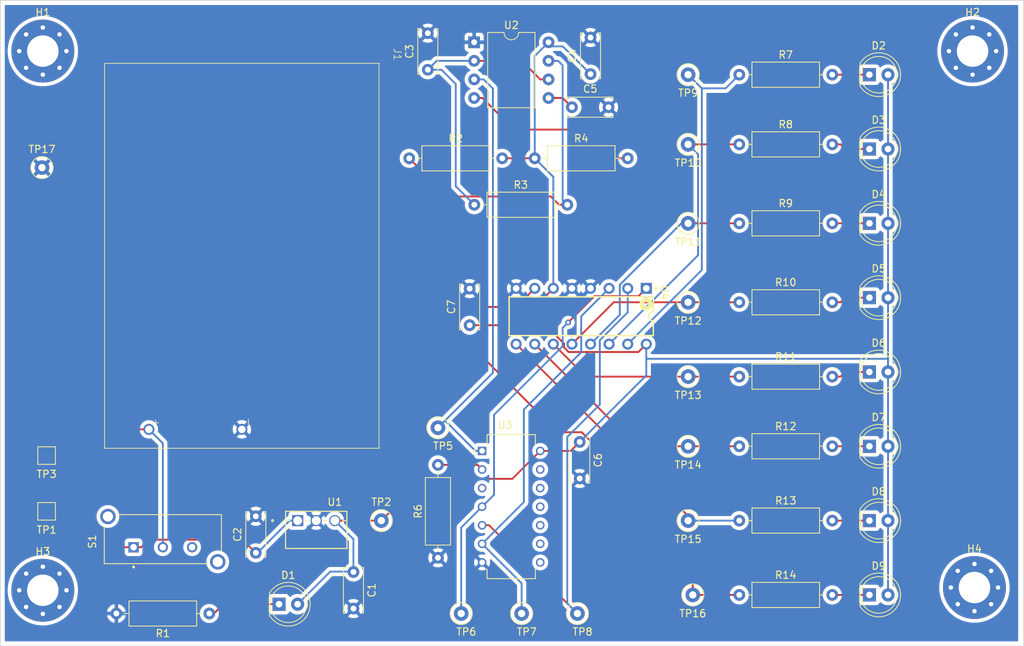
<source format=kicad_pcb>
(kicad_pcb (version 20240108) (generator "pcbnew") (generator_version "8.0")
  (layers (0 "F.Cu" signal) (31 "B.Cu" signal) (34 "B.Paste" user) (35 "F.Paste" user) (36 "B.SilkS" user "B.Silkscreen") (37 "F.SilkS" user "F.Silkscreen") (38 "B.Mask" user) (39 "F.Mask" user) (44 "Edge.Cuts" user))
  (net 0 "")
  (net 1 "/Clock")
  (net 2 "GND")
  (net 3 "Net-(C2-Pad1)")
  (net 4 "Net-(D1-K)")
  (net 5 "Net-(J1-Pad1)")
  (net 9 "/Clock Generation/TandT")
  (net 10 "/Clock Generation/VCC")
  (net 11 "Net-(U2-CNTR)")
  (net 12 "Net-(U2-DISC)")
  (net 13 "Net-(U2-RST)")
  (net 15 "/Counter/1QD")
  (net 16 "Net-(D2-K)")
  (net 17 "Net-(D3-K)")
  (net 18 "Net-(D4-K)")
  (net 19 "Net-(D5-K)")
  (net 20 "Net-(D6-K)")
  (net 21 "Net-(D7-K)")
  (net 22 "Net-(D8-K)")
  (net 23 "Net-(D9-K)")
  (net 24 "Net-(U3-1CLR)")
  (net 25 "/Counter/1QB")
  (net 26 "/Counter/1QC")
  (net 33 "/Decoder/LED7")
  (net 34 "/Decoder/LED6")
  (net 35 "/Decoder/LED5")
  (net 36 "/Decoder/LED4")
  (net 37 "/Decoder/LED3")
  (net 38 "/Decoder/LED2")
  (net 39 "/Decoder/LED1")
  (net 40 "/Decoder/LED0")
  (footprint "Capacitor_THT:C_Disc_D6.0mm_W2.5mm_P5.00mm" (layer "F.Cu") (at 134.62 58.38 90)
    (property "Reference" "C3" (at 2.5 -2.5 90) (layer "F.SilkS"))
    (property "Value" "0.1uF")
    (pad "1" thru_hole circle (at 0 0 90) (size 1.6 1.6) (drill 0.8) (layers "*.Cu" "*.Mask") (net 9 "/Clock Generation/TandT"))
    (pad "2" thru_hole circle (at 5 0 90) (size 1.6 1.6) (drill 0.8) (layers "*.Cu" "*.Mask") (net 2 "GND"))
  )
  (footprint "Capacitor_THT:C_Disc_D6.0mm_W2.5mm_P5.00mm" (layer "F.Cu") (at 111.125 124.42 90)
    (property "Reference" "C2" (at 2.5 -2.5 90) (layer "F.SilkS"))
    (property "Value" "4.7uF")
    (pad "1" thru_hole circle (at 0 0 90) (size 1.6 1.6) (drill 0.8) (layers "*.Cu" "*.Mask") (net 3 "Net-(C2-Pad1)"))
    (pad "2" thru_hole circle (at 5 0 90) (size 1.6 1.6) (drill 0.8) (layers "*.Cu" "*.Mask") (net 2 "GND"))
  )
  (footprint "Personal Library:SN74HC393N" (layer "F.Cu") (at 146.0058 118.11)
    (property "Reference" "U3" (at -0.825 -11.135 0) (layer "F.SilkS"))
    (property "Value" "SN74HC393N")
    (pad "1" thru_hole rect (at -3.97 -7.62) (size 1.17 1.17) (drill 0.77) (layers "*.Cu" "*.Mask") (net 1 "/Clock"))
    (pad "2" thru_hole circle (at -3.97 -5.08) (size 1.17 1.17) (drill 0.77) (layers "*.Cu" "*.Mask") (net 24 "Net-(U3-1CLR)"))
    (pad "3" thru_hole circle (at -3.97 -2.54) (size 1.17 1.17) (drill 0.77) (layers "*.Cu" "*.Mask"))
    (pad "4" thru_hole circle (at -3.97 0) (size 1.17 1.17) (drill 0.77) (layers "*.Cu" "*.Mask") (net 25 "/Counter/1QB"))
    (pad "5" thru_hole circle (at -3.97 2.54) (size 1.17 1.17) (drill 0.77) (layers "*.Cu" "*.Mask") (net 26 "/Counter/1QC"))
    (pad "6" thru_hole circle (at -3.97 5.08) (size 1.17 1.17) (drill 0.77) (layers "*.Cu" "*.Mask") (net 15 "/Counter/1QD"))
    (pad "7" thru_hole circle (at -3.97 7.62) (size 1.17 1.17) (drill 0.77) (layers "*.Cu" "*.Mask") (net 2 "GND"))
    (pad "8" thru_hole circle (at 3.97 7.62) (size 1.17 1.17) (drill 0.77) (layers "*.Cu" "*.Mask"))
    (pad "9" thru_hole circle (at 3.97 5.08) (size 1.17 1.17) (drill 0.77) (layers "*.Cu" "*.Mask"))
    (pad "10" thru_hole circle (at 3.97 2.54) (size 1.17 1.17) (drill 0.77) (layers "*.Cu" "*.Mask"))
    (pad "11" thru_hole circle (at 3.97 0) (size 1.17 1.17) (drill 0.77) (layers "*.Cu" "*.Mask"))
    (pad "12" thru_hole circle (at 3.97 -2.54) (size 1.17 1.17) (drill 0.77) (layers "*.Cu" "*.Mask"))
    (pad "13" thru_hole circle (at 3.97 -5.08) (size 1.17 1.17) (drill 0.77) (layers "*.Cu" "*.Mask"))
    (pad "14" thru_hole circle (at 3.97 -7.62) (size 1.17 1.17) (drill 0.77) (layers "*.Cu" "*.Mask") (net 10 "/Clock Generation/VCC"))
  )
  (footprint "Capacitor_THT:C_Disc_D6.0mm_W2.5mm_P5.00mm" (layer "F.Cu") (at 156.845 58.975 90)
    (property "Reference" "C4" (at 2.5 -2.5 90) (layer "F.SilkS"))
    (property "Value" "0.1uF")
    (pad "1" thru_hole circle (at 0 0 90) (size 1.6 1.6) (drill 0.8) (layers "*.Cu" "*.Mask") (net 10 "/Clock Generation/VCC"))
    (pad "2" thru_hole circle (at 5 0 90) (size 1.6 1.6) (drill 0.8) (layers "*.Cu" "*.Mask") (net 2 "GND"))
  )
  (footprint "MountingHole:MountingHole_4.3mm_M4_Pad_Via" (layer "F.Cu") (at 82.0308 129.54)
    (property "Reference" "H3" (at 0 -5.3 0) (layer "F.SilkS"))
    (property "Value" "MountingHole")
    (pad "1" thru_hole circle (at -3.225 0) (size 0.9 0.9) (drill 0.6) (layers "*.Cu" "*.Mask"))
    (pad "1" thru_hole circle (at -2.280419 -2.280419) (size 0.9 0.9) (drill 0.6) (layers "*.Cu" "*.Mask"))
    (pad "1" thru_hole circle (at -2.280419 2.280419) (size 0.9 0.9) (drill 0.6) (layers "*.Cu" "*.Mask"))
    (pad "1" thru_hole circle (at 0 -3.225) (size 0.9 0.9) (drill 0.6) (layers "*.Cu" "*.Mask"))
    (pad "1" thru_hole circle (at 0 0) (size 8.6 8.6) (drill 4.3) (layers "*.Cu" "*.Mask"))
    (pad "1" thru_hole circle (at 0 3.225) (size 0.9 0.9) (drill 0.6) (layers "*.Cu" "*.Mask"))
    (pad "1" thru_hole circle (at 2.280419 -2.280419) (size 0.9 0.9) (drill 0.6) (layers "*.Cu" "*.Mask"))
    (pad "1" thru_hole circle (at 2.280419 2.280419) (size 0.9 0.9) (drill 0.6) (layers "*.Cu" "*.Mask"))
    (pad "1" thru_hole circle (at 3.225 0) (size 0.9 0.9) (drill 0.6) (layers "*.Cu" "*.Mask"))
  )
  (footprint "TestPoint:TestPoint_Loop_D2.50mm_Drill1.0mm_LowProfile" (layer "F.Cu") (at 81.915 71.755 180)
    (property "Reference" "TP17" (at 0 2.5 0) (layer "F.SilkS"))
    (property "Value" "TestPoint")
    (pad "1" thru_hole circle (at 0 0 180) (size 2 2) (drill 1) (layers "*.Cu" "*.Mask") (net 2 "GND"))
  )
  (footprint "TestPoint:TestPoint_Loop_D2.50mm_Drill1.0mm_LowProfile" (layer "F.Cu") (at 136.0058 107.315)
    (property "Reference" "TP5" (at 0.7 2.5 0) (layer "F.SilkS"))
    (property "Value" "TestPoint")
    (pad "1" thru_hole circle (at 0 0) (size 2 2) (drill 1) (layers "*.Cu" "*.Mask") (net 1 "/Clock"))
  )
  (footprint "Personal Library:Keystone_2479" (layer "F.Cu") (at 109.22 83.82 -90)
    (property "Reference" "J1" (at -27.535 -21.2538 -90) (layer "F.SilkS") (effects (font (thickness 0.1))))
    (property "Value" "~" (hide yes))
    (fp_text user "-" (at 22.02 -0.38 -90) (layer "F.SilkS") (effects (font (thickness 0.1)) (justify left bottom)))
    (fp_text user "+" (at 22.14 12.27 -90) (layer "F.SilkS") (effects (font (thickness 0.1)) (justify left bottom)))
    (pad "1" thru_hole circle (at 23.72 12.7 270) (size 1.5 1.5) (drill 1.02) (layers "*.Cu" "*.Mask") (net 5 "Net-(J1-Pad1)"))
    (pad "2" thru_hole circle (at 23.72 0 270) (size 1.5 1.5) (drill 1.02) (layers "*.Cu" "*.Mask") (net 2 "GND"))
  )
  (footprint "MountingHole:MountingHole_4.3mm_M4_Pad_Via" (layer "F.Cu") (at 82.0308 55.83)
    (property "Reference" "H1" (at 0 -5.3 0) (layer "F.SilkS"))
    (property "Value" "MountingHole")
    (pad "1" thru_hole circle (at -3.225 0) (size 0.9 0.9) (drill 0.6) (layers "*.Cu" "*.Mask"))
    (pad "1" thru_hole circle (at -2.280419 -2.280419) (size 0.9 0.9) (drill 0.6) (layers "*.Cu" "*.Mask"))
    (pad "1" thru_hole circle (at -2.280419 2.280419) (size 0.9 0.9) (drill 0.6) (layers "*.Cu" "*.Mask"))
    (pad "1" thru_hole circle (at 0 -3.225) (size 0.9 0.9) (drill 0.6) (layers "*.Cu" "*.Mask"))
    (pad "1" thru_hole circle (at 0 0) (size 8.6 8.6) (drill 4.3) (layers "*.Cu" "*.Mask"))
    (pad "1" thru_hole circle (at 0 3.225) (size 0.9 0.9) (drill 0.6) (layers "*.Cu" "*.Mask"))
    (pad "1" thru_hole circle (at 2.280419 -2.280419) (size 0.9 0.9) (drill 0.6) (layers "*.Cu" "*.Mask"))
    (pad "1" thru_hole circle (at 2.280419 2.280419) (size 0.9 0.9) (drill 0.6) (layers "*.Cu" "*.Mask"))
    (pad "1" thru_hole circle (at 3.225 0) (size 0.9 0.9) (drill 0.6) (layers "*.Cu" "*.Mask"))
  )
  (footprint "TestPoint:TestPoint_Loop_D2.50mm_Drill1.0mm_LowProfile" (layer "F.Cu") (at 170.18 59.055)
    (property "Reference" "TP9" (at 0 2.5 0) (layer "F.SilkS"))
    (property "Value" "TestPoint")
    (pad "1" thru_hole circle (at 0 0) (size 2 2) (drill 1) (layers "*.Cu" "*.Mask") (net 40 "/Decoder/LED0"))
  )
  (footprint "Resistor_THT:R_Axial_DIN0309_L9.0mm_D3.2mm_P12.70mm_Horizontal" (layer "F.Cu") (at 177.165 109.855)
    (property "Reference" "R12" (at 6.35 -2.72 0) (layer "F.SilkS"))
    (property "Value" "220 Ohms")
    (pad "1" thru_hole circle (at 0 0) (size 1.6 1.6) (drill 0.8) (layers "*.Cu" "*.Mask") (net 35 "/Decoder/LED5"))
    (pad "2" thru_hole oval (at 12.7 0) (size 1.6 1.6) (drill 0.8) (layers "*.Cu" "*.Mask") (net 21 "Net-(D7-K)"))
  )
  (footprint "TestPoint:TestPoint_Loop_D2.50mm_Drill1.0mm_LowProfile" (layer "F.Cu") (at 170.815 130.175)
    (property "Reference" "TP16" (at 0 2.54 0) (layer "F.SilkS"))
    (property "Value" "TestPoint")
    (pad "1" thru_hole circle (at 0 0) (size 2 2) (drill 1) (layers "*.Cu" "*.Mask") (net 33 "/Decoder/LED7"))
  )
  (footprint "Resistor_THT:R_Axial_DIN0309_L9.0mm_D3.2mm_P12.70mm_Horizontal" (layer "F.Cu") (at 132.08 70.485)
    (property "Reference" "R2" (at 6.35 -2.72 0) (layer "F.SilkS"))
    (property "Value" "220K")
    (pad "1" thru_hole circle (at 0 0) (size 1.6 1.6) (drill 0.8) (layers "*.Cu" "*.Mask") (net 12 "Net-(U2-DISC)"))
    (pad "2" thru_hole oval (at 12.7 0) (size 1.6 1.6) (drill 0.8) (layers "*.Cu" "*.Mask") (net 10 "/Clock Generation/VCC"))
  )
  (footprint "Capacitor_THT:C_Disc_D6.0mm_W2.5mm_P5.00mm" (layer "F.Cu") (at 124.46 127.04 -90)
    (property "Reference" "C1" (at 2.5 -2.5 90) (layer "F.SilkS"))
    (property "Value" "1uF")
    (pad "1" thru_hole circle (at 0 0 270) (size 1.6 1.6) (drill 0.8) (layers "*.Cu" "*.Mask") (net 10 "/Clock Generation/VCC"))
    (pad "2" thru_hole circle (at 5 0 270) (size 1.6 1.6) (drill 0.8) (layers "*.Cu" "*.Mask") (net 2 "GND"))
  )
  (footprint "Resistor_THT:R_Axial_DIN0309_L9.0mm_D3.2mm_P12.70mm_Horizontal" (layer "F.Cu") (at 177.165 90.17)
    (property "Reference" "R10" (at 6.35 -2.72 0) (layer "F.SilkS"))
    (property "Value" "220 Ohms")
    (pad "1" thru_hole circle (at 0 0) (size 1.6 1.6) (drill 0.8) (layers "*.Cu" "*.Mask") (net 37 "/Decoder/LED3"))
    (pad "2" thru_hole oval (at 12.7 0) (size 1.6 1.6) (drill 0.8) (layers "*.Cu" "*.Mask") (net 19 "Net-(D5-K)"))
  )
  (footprint "TestPoint:TestPoint_Loop_D2.50mm_Drill1.0mm_LowProfile" (layer "F.Cu") (at 170.18 90.17)
    (property "Reference" "TP12" (at 0 2.54 0) (layer "F.SilkS"))
    (property "Value" "TestPoint")
    (pad "1" thru_hole circle (at 0 0) (size 2 2) (drill 1) (layers "*.Cu" "*.Mask") (net 37 "/Decoder/LED3"))
  )
  (footprint "TestPoint:TestPoint_Loop_D2.50mm_Drill1.0mm_LowProfile" (layer "F.Cu") (at 170.18 109.855)
    (property "Reference" "TP14" (at 0 2.54 0) (layer "F.SilkS"))
    (property "Value" "TestPoint")
    (pad "1" thru_hole circle (at 0 0) (size 2 2) (drill 1) (layers "*.Cu" "*.Mask") (net 35 "/Decoder/LED5"))
  )
  (footprint "Personal Library:SW_1825255-1" (layer "F.Cu") (at 98.425 122.555 90)
    (property "Reference" "S1" (at -0.325 -9.635 90) (layer "F.SilkS"))
    (property "Value" "1825255-1")
    (pad "1" thru_hole rect (at -1.1 -4 90) (size 1.41 1.41) (drill 0.902) (layers "*.Cu" "*.Mask") (net 3 "Net-(C2-Pad1)"))
    (pad "2" thru_hole circle (at -1.1 0 90) (size 1.41 1.41) (drill 0.902) (layers "*.Cu" "*.Mask") (net 5 "Net-(J1-Pad1)"))
    (pad "3" thru_hole circle (at -1.1 4 90) (size 1.41 1.41) (drill 0.902) (layers "*.Cu" "*.Mask"))
    (pad "S1" thru_hole circle (at 3.1 -7.5 90) (size 2.103 2.103) (drill 1.402) (layers "*.Cu" "*.Mask"))
    (pad "S2" thru_hole circle (at -3.1 7.5 90) (size 2.103 2.103) (drill 1.402) (layers "*.Cu" "*.Mask"))
  )
  (footprint "Personal Library:MCP1827S-3302E" (layer "F.Cu") (at 119.38 121.285)
    (property "Reference" "U1" (at 2.54 -3.81 0) (layer "F.SilkS"))
    (property "Value" "MCP1827S-3302E/AB" (hide yes))
    (pad "1" thru_hole rect (at -2.54 -1.27) (size 1.524 1.524) (drill 1.2) (layers "*.Cu" "*.Mask") (net 3 "Net-(C2-Pad1)"))
    (pad "2" thru_hole circle (at 0 -1.27) (size 1.524 1.524) (drill 1.2) (layers "*.Cu" "*.Mask") (net 2 "GND"))
    (pad "3" thru_hole circle (at 2.54 -1.27) (size 1.524 1.524) (drill 1.2) (layers "*.Cu" "*.Mask") (net 10 "/Clock Generation/VCC"))
  )
  (footprint "LED_THT:LED_D5.0mm" (layer "F.Cu") (at 114.295 131.445)
    (property "Reference" "D1" (at 1.27 -3.96 0) (layer "F.SilkS"))
    (property "Value" "LED")
    (pad "1" thru_hole rect (at 0 0) (size 1.8 1.8) (drill 0.9) (layers "*.Cu" "*.Mask") (net 4 "Net-(D1-K)"))
    (pad "2" thru_hole circle (at 2.54 0) (size 1.8 1.8) (drill 0.9) (layers "*.Cu" "*.Mask") (net 10 "/Clock Generation/VCC"))
  )
  (footprint "Resistor_THT:R_Axial_DIN0309_L9.0mm_D3.2mm_P12.70mm_Horizontal" (layer "F.Cu") (at 104.775 132.715 180)
    (property "Reference" "R1" (at 6.35 -2.72 0) (layer "F.SilkS"))
    (property "Value" "100 Ohms")
    (pad "1" thru_hole circle (at 0 0 180) (size 1.6 1.6) (drill 0.8) (layers "*.Cu" "*.Mask") (net 4 "Net-(D1-K)"))
    (pad "2" thru_hole oval (at 12.7 0 180) (size 1.6 1.6) (drill 0.8) (layers "*.Cu" "*.Mask") (net 2 "GND"))
  )
  (footprint "TestPoint:TestPoint_Pad_2.0x2.0mm" (layer "F.Cu") (at 82.55 111.125 180)
    (property "Reference" "TP3" (at 0 -2.54 0) (layer "F.SilkS"))
    (property "Value" "TestPoint")
    (pad "1" smd rect (at 0 0 180) (size 2 2) (layers "F.Cu" "F.Mask") (net 5 "Net-(J1-Pad1)"))
  )
  (footprint "MountingHole:MountingHole_4.3mm_M4_Pad_Via" (layer "F.Cu") (at 209.2904 129.1646)
    (property "Reference" "H4" (at 0 -5.3 0) (layer "F.SilkS"))
    (property "Value" "MountingHole")
    (pad "1" thru_hole circle (at -3.225 0) (size 0.9 0.9) (drill 0.6) (layers "*.Cu" "*.Mask"))
    (pad "1" thru_hole circle (at -2.280419 -2.280419) (size 0.9 0.9) (drill 0.6) (layers "*.Cu" "*.Mask"))
    (pad "1" thru_hole circle (at -2.280419 2.280419) (size 0.9 0.9) (drill 0.6) (layers "*.Cu" "*.Mask"))
    (pad "1" thru_hole circle (at 0 -3.225) (size 0.9 0.9) (drill 0.6) (layers "*.Cu" "*.Mask"))
    (pad "1" thru_hole circle (at 0 0) (size 8.6 8.6) (drill 4.3) (layers "*.Cu" "*.Mask"))
    (pad "1" thru_hole circle (at 0 3.225) (size 0.9 0.9) (drill 0.6) (layers "*.Cu" "*.Mask"))
    (pad "1" thru_hole circle (at 2.280419 -2.280419) (size 0.9 0.9) (drill 0.6) (layers "*.Cu" "*.Mask"))
    (pad "1" thru_hole circle (at 2.280419 2.280419) (size 0.9 0.9) (drill 0.6) (layers "*.Cu" "*.Mask"))
    (pad "1" thru_hole circle (at 3.225 0) (size 0.9 0.9) (drill 0.6) (layers "*.Cu" "*.Mask"))
  )
  (footprint "TestPoint:TestPoint_Loop_D2.50mm_Drill1.0mm_LowProfile" (layer "F.Cu") (at 170.18 120.015)
    (property "Reference" "TP15" (at 0 2.54 0) (layer "F.SilkS"))
    (property "Value" "TestPoint")
    (pad "1" thru_hole circle (at 0 0) (size 2 2) (drill 1) (layers "*.Cu" "*.Mask") (net 34 "/Decoder/LED6"))
  )
  (footprint "MountingHole:MountingHole_4.3mm_M4_Pad_Via" (layer "F.Cu") (at 209.0308 55.83)
    (property "Reference" "H2" (at 0 -5.3 0) (layer "F.SilkS"))
    (property "Value" "MountingHole")
    (pad "1" thru_hole circle (at -3.225 0) (size 0.9 0.9) (drill 0.6) (layers "*.Cu" "*.Mask"))
    (pad "1" thru_hole circle (at -2.280419 -2.280419) (size 0.9 0.9) (drill 0.6) (layers "*.Cu" "*.Mask"))
    (pad "1" thru_hole circle (at -2.280419 2.280419) (size 0.9 0.9) (drill 0.6) (layers "*.Cu" "*.Mask"))
    (pad "1" thru_hole circle (at 0 -3.225) (size 0.9 0.9) (drill 0.6) (layers "*.Cu" "*.Mask"))
    (pad "1" thru_hole circle (at 0 0) (size 8.6 8.6) (drill 4.3) (layers "*.Cu" "*.Mask"))
    (pad "1" thru_hole circle (at 0 3.225) (size 0.9 0.9) (drill 0.6) (layers "*.Cu" "*.Mask"))
    (pad "1" thru_hole circle (at 2.280419 -2.280419) (size 0.9 0.9) (drill 0.6) (layers "*.Cu" "*.Mask"))
    (pad "1" thru_hole circle (at 2.280419 2.280419) (size 0.9 0.9) (drill 0.6) (layers "*.Cu" "*.Mask"))
    (pad "1" thru_hole circle (at 3.225 0) (size 0.9 0.9) (drill 0.6) (layers "*.Cu" "*.Mask"))
  )
  (footprint "LED_THT:LED_D5.0mm" (layer "F.Cu") (at 194.94 59.055)
    (property "Reference" "D2" (at 1.27 -3.96 0) (layer "F.SilkS"))
    (property "Value" "LED")
    (pad "1" thru_hole rect (at 0 0) (size 1.8 1.8) (drill 0.9) (layers "*.Cu" "*.Mask") (net 16 "Net-(D2-K)"))
    (pad "2" thru_hole circle (at 2.54 0) (size 1.8 1.8) (drill 0.9) (layers "*.Cu" "*.Mask") (net 10 "/Clock Generation/VCC"))
  )
  (footprint "LED_THT:LED_D5.0mm" (layer "F.Cu") (at 194.945 79.375)
    (property "Reference" "D4" (at 1.27 -3.96 0) (layer "F.SilkS"))
    (property "Value" "LED")
    (pad "1" thru_hole rect (at 0 0) (size 1.8 1.8) (drill 0.9) (layers "*.Cu" "*.Mask") (net 18 "Net-(D4-K)"))
    (pad "2" thru_hole circle (at 2.54 0) (size 1.8 1.8) (drill 0.9) (layers "*.Cu" "*.Mask") (net 10 "/Clock Generation/VCC"))
  )
  (footprint "Personal Library:CD74HC138E" (layer "F.Cu") (at 155.575 92.075 -90)
    (property "Reference" "U4" (at -3.25 -11.36 -90) (layer "F.SilkS"))
    (property "Value" "CD74HC138E" (hide yes))
    (pad "1" thru_hole rect (at -3.81 -8.89 270) (size 1.5 1.5) (drill 0.900001) (layers "*.Cu" "*.Mask") (net 25 "/Counter/1QB"))
    (pad "2" thru_hole circle (at -3.81 -6.35 270) (size 1.5 1.5) (drill 0.900001) (layers "*.Cu" "*.Mask") (net 26 "/Counter/1QC"))
    (pad "3" thru_hole circle (at -3.81 -3.81 270) (size 1.5 1.5) (drill 0.900001) (layers "*.Cu" "*.Mask") (net 15 "/Counter/1QD"))
    (pad "4" thru_hole circle (at -3.81 -1.27 270) (size 1.5 1.5) (drill 0.900001) (layers "*.Cu" "*.Mask") (net 2 "GND"))
    (pad "5" thru_hole circle (at -3.81 1.27 270) (size 1.5 1.5) (drill 0.900001) (layers "*.Cu" "*.Mask") (net 2 "GND"))
    (pad "6" thru_hole circle (at -3.81 3.81 270) (size 1.5 1.5) (drill 0.900001) (layers "*.Cu" "*.Mask") (net 10 "/Clock Generation/VCC"))
    (pad "7" thru_hole circle (at -3.81 6.35 270) (size 1.5 1.5) (drill 0.900001) (layers "*.Cu" "*.Mask") (net 33 "/Decoder/LED7"))
    (pad "8" thru_hole circle (at -3.81 8.89 270) (size 1.5 1.5) (drill 0.900001) (layers "*.Cu" "*.Mask") (net 2 "GND"))
    (pad "9" thru_hole circle (at 3.81 8.89 270) (size 1.5 1.5) (drill 0.900001) (layers "*.Cu" "*.Mask") (net 34 "/Decoder/LED6"))
    (pad "10" thru_hole circle (at 3.81 6.35 270) (size 1.5 1.5) (drill 0.900001) (layers "*.Cu" "*.Mask") (net 35 "/Decoder/LED5"))
    (pad "11" thru_hole circle (at 3.81 3.81 270) (size 1.5 1.5) (drill 0.900001) (layers "*.Cu" "*.Mask") (net 36 "/Decoder/LED4"))
    (pad "12" thru_hole circle (at 3.81 1.27 270) (size 1.5 1.5) (drill 0.900001) (layers "*.Cu" "*.Mask") (net 37 "/Decoder/LED3"))
    (pad "13" thru_hole circle (at 3.81 -1.27 270) (size 1.5 1.5) (drill 0.900001) (layers "*.Cu" "*.Mask") (net 38 "/Decoder/LED2"))
    (pad "14" thru_hole circle (at 3.81 -3.81 270) (size 1.5 1.5) (drill 0.900001) (layers "*.Cu" "*.Mask") (net 39 "/Decoder/LED1"))
    (pad "15" thru_hole circle (at 3.81 -6.35 270) (size 1.5 1.5) (drill 0.900001) (layers "*.Cu" "*.Mask") (net 40 "/Decoder/LED0"))
    (pad "16" thru_hole circle (at 3.81 -8.89 270) (size 1.5 1.5) (drill 0.900001) (layers "*.Cu" "*.Mask") (net 10 "/Clock Generation/VCC"))
  )
  (footprint "LED_THT:LED_D5.0mm" (layer "F.Cu") (at 194.945 69.215)
    (property "Reference" "D3" (at 1.27 -3.96 0) (layer "F.SilkS"))
    (property "Value" "LED")
    (pad "1" thru_hole rect (at 0 0) (size 1.8 1.8) (drill 0.9) (layers "*.Cu" "*.Mask") (net 17 "Net-(D3-K)"))
    (pad "2" thru_hole circle (at 2.54 0) (size 1.8 1.8) (drill 0.9) (layers "*.Cu" "*.Mask") (net 10 "/Clock Generation/VCC"))
  )
  (footprint "Resistor_THT:R_Axial_DIN0309_L9.0mm_D3.2mm_P12.70mm_Horizontal" (layer "F.Cu") (at 177.165 79.375)
    (property "Reference" "R9" (at 6.35 -2.72 0) (layer "F.SilkS"))
    (property "Value" "220 Ohms")
    (pad "1" thru_hole circle (at 0 0) (size 1.6 1.6) (drill 0.8) (layers "*.Cu" "*.Mask") (net 38 "/Decoder/LED2"))
    (pad "2" thru_hole oval (at 12.7 0) (size 1.6 1.6) (drill 0.8) (layers "*.Cu" "*.Mask") (net 18 "Net-(D4-K)"))
  )
  (footprint "TestPoint:TestPoint_Loop_D2.50mm_Drill1.0mm_LowProfile" (layer "F.Cu") (at 170.18 100.33)
    (property "Reference" "TP13" (at 0 2.54 0) (layer "F.SilkS"))
    (property "Value" "TestPoint")
    (pad "1" thru_hole circle (at 0 0) (size 2 2) (drill 1) (layers "*.Cu" "*.Mask") (net 36 "/Decoder/LED4"))
  )
  (footprint "Capacitor_THT:C_Disc_D6.0mm_W2.5mm_P5.00mm" (layer "F.Cu") (at 155.3708 109.26 -90)
    (property "Reference" "C6" (at 2.5 -2.5 90) (layer "F.SilkS"))
    (property "Value" "0.1uF")
    (pad "1" thru_hole circle (at 0 0 270) (size 1.6 1.6) (drill 0.8) (layers "*.Cu" "*.Mask") (net 10 "/Clock Generation/VCC"))
    (pad "2" thru_hole circle (at 5 0 270) (size 1.6 1.6) (drill 0.8) (layers "*.Cu" "*.Mask") (net 2 "GND"))
  )
  (footprint "LED_THT:LED_D5.0mm" (layer "F.Cu") (at 194.945 89.535)
    (property "Reference" "D5" (at 1.27 -3.96 0) (layer "F.SilkS"))
    (property "Value" "LED")
    (pad "1" thru_hole rect (at 0 0) (size 1.8 1.8) (drill 0.9) (layers "*.Cu" "*.Mask") (net 19 "Net-(D5-K)"))
    (pad "2" thru_hole circle (at 2.54 0) (size 1.8 1.8) (drill 0.9) (layers "*.Cu" "*.Mask") (net 10 "/Clock Generation/VCC"))
  )
  (footprint "Capacitor_THT:C_Disc_D6.0mm_W2.5mm_P5.00mm" (layer "F.Cu") (at 154.305 63.5)
    (property "Reference" "C5" (at 2.5 -2.5 0) (layer "F.SilkS"))
    (property "Value" "0.1uF")
    (pad "1" thru_hole circle (at 0 0) (size 1.6 1.6) (drill 0.8) (layers "*.Cu" "*.Mask") (net 11 "Net-(U2-CNTR)"))
    (pad "2" thru_hole circle (at 5 0) (size 1.6 1.6) (drill 0.8) (layers "*.Cu" "*.Mask") (net 2 "GND"))
  )
  (footprint "Resistor_THT:R_Axial_DIN0309_L9.0mm_D3.2mm_P12.70mm_Horizontal" (layer "F.Cu") (at 177.165 68.58)
    (property "Reference" "R8" (at 6.35 -2.72 0) (layer "F.SilkS"))
    (property "Value" "220 Ohms")
    (pad "1" thru_hole circle (at 0 0) (size 1.6 1.6) (drill 0.8) (layers "*.Cu" "*.Mask") (net 39 "/Decoder/LED1"))
    (pad "2" thru_hole oval (at 12.7 0) (size 1.6 1.6) (drill 0.8) (layers "*.Cu" "*.Mask") (net 17 "Net-(D3-K)"))
  )
  (footprint "TestPoint:TestPoint_Loop_D2.50mm_Drill1.0mm_LowProfile" (layer "F.Cu") (at 170.18 68.58)
    (property "Reference" "TP10" (at 0 2.54 0) (layer "F.SilkS"))
    (property "Value" "TestPoint")
    (pad "1" thru_hole circle (at 0 0) (size 2 2) (drill 1) (layers "*.Cu" "*.Mask") (net 39 "/Decoder/LED1"))
  )
  (footprint "LED_THT:LED_D5.0mm" (layer "F.Cu") (at 194.945 130.175)
    (property "Reference" "D9" (at 1.27 -3.96 0) (layer "F.SilkS"))
    (property "Value" "LED")
    (pad "1" thru_hole rect (at 0 0) (size 1.8 1.8) (drill 0.9) (layers "*.Cu" "*.Mask") (net 23 "Net-(D9-K)"))
    (pad "2" thru_hole circle (at 2.54 0) (size 1.8 1.8) (drill 0.9) (layers "*.Cu" "*.Mask") (net 10 "/Clock Generation/VCC"))
  )
  (footprint "TestPoint:TestPoint_Loop_D2.50mm_Drill1.0mm_LowProfile" (layer "F.Cu") (at 147.4358 132.715)
    (property "Reference" "TP7" (at 0.7 2.5 0) (layer "F.SilkS"))
    (property "Value" "TestPoint")
    (pad "1" thru_hole circle (at 0 0) (size 2 2) (drill 1) (layers "*.Cu" "*.Mask") (net 15 "/Counter/1QD"))
  )
  (footprint "Resistor_THT:R_Axial_DIN0309_L9.0mm_D3.2mm_P12.70mm_Horizontal" (layer "F.Cu") (at 149.225 70.485)
    (property "Reference" "R4" (at 6.35 -2.72 0) (layer "F.SilkS"))
    (property "Value" "1K")
    (pad "1" thru_hole circle (at 0 0) (size 1.6 1.6) (drill 0.8) (layers "*.Cu" "*.Mask") (net 10 "/Clock Generation/VCC"))
    (pad "2" thru_hole oval (at 12.7 0) (size 1.6 1.6) (drill 0.8) (layers "*.Cu" "*.Mask") (net 13 "Net-(U2-RST)"))
  )
  (footprint "Resistor_THT:R_Axial_DIN0309_L9.0mm_D3.2mm_P12.70mm_Horizontal" (layer "F.Cu") (at 136.0058 125.095 90)
    (property "Reference" "R6" (at 6.35 -2.72 90) (layer "F.SilkS"))
    (property "Value" "1K")
    (pad "1" thru_hole circle (at 0 0 90) (size 1.6 1.6) (drill 0.8) (layers "*.Cu" "*.Mask") (net 2 "GND"))
    (pad "2" thru_hole oval (at 12.7 0 90) (size 1.6 1.6) (drill 0.8) (layers "*.Cu" "*.Mask") (net 24 "Net-(U3-1CLR)"))
  )
  (footprint "TestPoint:TestPoint_Loop_D2.50mm_Drill1.0mm_LowProfile" (layer "F.Cu") (at 155.0558 132.715)
    (property "Reference" "TP8" (at 0.7 2.5 0) (layer "F.SilkS"))
    (property "Value" "TestPoint")
    (pad "1" thru_hole circle (at 0 0) (size 2 2) (drill 1) (layers "*.Cu" "*.Mask") (net 26 "/Counter/1QC"))
  )
  (footprint "Resistor_THT:R_Axial_DIN0309_L9.0mm_D3.2mm_P12.70mm_Horizontal" (layer "F.Cu") (at 177.165 130.175)
    (property "Reference" "R14" (at 6.35 -2.72 0) (layer "F.SilkS"))
    (property "Value" "220 Ohms")
    (pad "1" thru_hole circle (at 0 0) (size 1.6 1.6) (drill 0.8) (layers "*.Cu" "*.Mask") (net 33 "/Decoder/LED7"))
    (pad "2" thru_hole oval (at 12.7 0) (size 1.6 1.6) (drill 0.8) (layers "*.Cu" "*.Mask") (net 23 "Net-(D9-K)"))
  )
  (footprint "LED_THT:LED_D5.0mm" (layer "F.Cu") (at 194.94 120.015)
    (property "Reference" "D8" (at 1.27 -3.96 0) (layer "F.SilkS"))
    (property "Value" "LED")
    (pad "1" thru_hole rect (at 0 0) (size 1.8 1.8) (drill 0.9) (layers "*.Cu" "*.Mask") (net 22 "Net-(D8-K)"))
    (pad "2" thru_hole circle (at 2.54 0) (size 1.8 1.8) (drill 0.9) (layers "*.Cu" "*.Mask") (net 10 "/Clock Generation/VCC"))
  )
  (footprint "TestPoint:TestPoint_Pad_2.0x2.0mm" (layer "F.Cu") (at 82.55 118.745)
    (property "Reference" "TP1" (at 0 2.54 0) (layer "F.SilkS"))
    (property "Value" "TestPoint")
    (pad "1" smd rect (at 0 0) (size 2 2) (layers "F.Cu" "F.Mask") (net 3 "Net-(C2-Pad1)"))
  )
  (footprint "Package_DIP:DIP-8_W10.16mm" (layer "F.Cu") (at 140.95 54.62)
    (property "Reference" "U2" (at 5.08 -2.33 0) (layer "F.SilkS"))
    (property "Value" "~")
    (pad "1" thru_hole rect (at 0 0) (size 1.6 1.6) (drill 0.8) (layers "*.Cu" "*.Mask") (net 2 "GND"))
    (pad "2" thru_hole oval (at 0 2.54) (size 1.6 1.6) (drill 0.8) (layers "*.Cu" "*.Mask") (net 9 "/Clock Generation/TandT"))
    (pad "3" thru_hole oval (at 0 5.08) (size 1.6 1.6) (drill 0.8) (layers "*.Cu" "*.Mask") (net 1 "/Clock"))
    (pad "4" thru_hole oval (at 0 7.62) (size 1.6 1.6) (drill 0.8) (layers "*.Cu" "*.Mask") (net 13 "Net-(U2-RST)"))
    (pad "5" thru_hole oval (at 10.16 7.62) (size 1.6 1.6) (drill 0.8) (layers "*.Cu" "*.Mask") (net 11 "Net-(U2-CNTR)"))
    (pad "6" thru_hole oval (at 10.16 5.08) (size 1.6 1.6) (drill 0.8) (layers "*.Cu" "*.Mask") (net 9 "/Clock Generation/TandT"))
    (pad "7" thru_hole oval (at 10.16 2.54) (size 1.6 1.6) (drill 0.8) (layers "*.Cu" "*.Mask") (net 12 "Net-(U2-DISC)"))
    (pad "8" thru_hole oval (at 10.16 0) (size 1.6 1.6) (drill 0.8) (layers "*.Cu" "*.Mask") (net 10 "/Clock Generation/VCC"))
  )
  (footprint "Capacitor_THT:C_Disc_D6.0mm_W2.5mm_P5.00mm" (layer "F.Cu") (at 140.335 93.305 90)
    (property "Reference" "C7" (at 2.5 -2.5 90) (layer "F.SilkS"))
    (property "Value" "0.1uF")
    (pad "1" thru_hole circle (at 0 0 90) (size 1.6 1.6) (drill 0.8) (layers "*.Cu" "*.Mask") (net 10 "/Clock Generation/VCC"))
    (pad "2" thru_hole circle (at 5 0 90) (size 1.6 1.6) (drill 0.8) (layers "*.Cu" "*.Mask") (net 2 "GND"))
  )
  (footprint "TestPoint:TestPoint_Loop_D2.50mm_Drill1.0mm_LowProfile" (layer "F.Cu") (at 139.1808 132.715)
    (property "Reference" "TP6" (at 0.7 2.5 0) (layer "F.SilkS"))
    (property "Value" "TestPoint")
    (pad "1" thru_hole circle (at 0 0) (size 2 2) (drill 1) (layers "*.Cu" "*.Mask") (net 25 "/Counter/1QB"))
  )
  (footprint "TestPoint:TestPoint_Loop_D2.50mm_Drill1.0mm_LowProfile" (layer "F.Cu") (at 170.18 79.375)
    (property "Reference" "TP11" (at 0 2.54 0) (layer "F.SilkS"))
    (property "Value" "TestPoint")
    (pad "1" thru_hole circle (at 0 0) (size 2 2) (drill 1) (layers "*.Cu" "*.Mask") (net 38 "/Decoder/LED2"))
  )
  (footprint "TestPoint:TestPoint_Loop_D2.50mm_Drill1.0mm_LowProfile" (layer "F.Cu") (at 128.27 120.015)
    (property "Reference" "TP2" (at 0 -2.54 0) (layer "F.SilkS"))
    (property "Value" "TestPoint")
    (pad "1" thru_hole circle (at 0 0) (size 2 2) (drill 1) (layers "*.Cu" "*.Mask") (net 10 "/Clock Generation/VCC"))
  )
  (footprint "Resistor_THT:R_Axial_DIN0309_L9.0mm_D3.2mm_P12.70mm_Horizontal" (layer "F.Cu") (at 177.165 59.055)
    (property "Reference" "R7" (at 6.35 -2.72 0) (layer "F.SilkS"))
    (property "Value" "220 Ohms")
    (pad "1" thru_hole circle (at 0 0) (size 1.6 1.6) (drill 0.8) (layers "*.Cu" "*.Mask") (net 40 "/Decoder/LED0"))
    (pad "2" thru_hole oval (at 12.7 0) (size 1.6 1.6) (drill 0.8) (layers "*.Cu" "*.Mask") (net 16 "Net-(D2-K)"))
  )
  (footprint "Resistor_THT:R_Axial_DIN0309_L9.0mm_D3.2mm_P12.70mm_Horizontal" (layer "F.Cu") (at 177.165 120.015)
    (property "Reference" "R13" (at 6.35 -2.72 0) (layer "F.SilkS"))
    (property "Value" "220 Ohms")
    (pad "1" thru_hole circle (at 0 0) (size 1.6 1.6) (drill 0.8) (layers "*.Cu" "*.Mask") (net 34 "/Decoder/LED6"))
    (pad "2" thru_hole oval (at 12.7 0) (size 1.6 1.6) (drill 0.8) (layers "*.Cu" "*.Mask") (net 22 "Net-(D8-K)"))
  )
  (footprint "Resistor_THT:R_Axial_DIN0309_L9.0mm_D3.2mm_P12.70mm_Horizontal" (layer "F.Cu") (at 177.165 100.33)
    (property "Reference" "R11" (at 6.35 -2.72 0) (layer "F.SilkS"))
    (property "Value" "220 Ohms")
    (pad "1" thru_hole circle (at 0 0) (size 1.6 1.6) (drill 0.8) (layers "*.Cu" "*.Mask") (net 36 "/Decoder/LED4"))
    (pad "2" thru_hole oval (at 12.7 0) (size 1.6 1.6) (drill 0.8) (layers "*.Cu" "*.Mask") (net 20 "Net-(D6-K)"))
  )
  (footprint "LED_THT:LED_D5.0mm" (layer "F.Cu") (at 194.945 109.855)
    (property "Reference" "D7" (at 1.27 -3.96 0) (layer "F.SilkS"))
    (property "Value" "LED")
    (pad "1" thru_hole rect (at 0 0) (size 1.8 1.8) (drill 0.9) (layers "*.Cu" "*.Mask") (net 21 "Net-(D7-K)"))
    (pad "2" thru_hole circle (at 2.54 0) (size 1.8 1.8) (drill 0.9) (layers "*.Cu" "*.Mask") (net 10 "/Clock Generation/VCC"))
  )
  (footprint "Resistor_THT:R_Axial_DIN0309_L9.0mm_D3.2mm_P12.70mm_Horizontal" (layer "F.Cu") (at 140.97 76.835)
    (property "Reference" "R3" (at 6.35 -2.72 0) (layer "F.SilkS"))
    (property "Value" "10K")
    (pad "1" thru_hole circle (at 0 0) (size 1.6 1.6) (drill 0.8) (layers "*.Cu" "*.Mask") (net 9 "/Clock Generation/TandT"))
    (pad "2" thru_hole oval (at 12.7 0) (size 1.6 1.6) (drill 0.8) (layers "*.Cu" "*.Mask") (net 12 "Net-(U2-DISC)"))
  )
  (footprint "LED_THT:LED_D5.0mm" (layer "F.Cu") (at 194.94 99.695)
    (property "Reference" "D6" (at 1.27 -3.96 0) (layer "F.SilkS"))
    (property "Value" "LED")
    (pad "1" thru_hole rect (at 0 0) (size 1.8 1.8) (drill 0.9) (layers "*.Cu" "*.Mask") (net 20 "Net-(D6-K)"))
    (pad "2" thru_hole circle (at 2.54 0) (size 1.8 1.8) (drill 0.9) (layers "*.Cu" "*.Mask") (net 10 "/Clock Generation/VCC"))
  )
  (gr_line (start 216.015838 48.895) (end 216.015838 137.16) (stroke (width 0.1)) (layer "Edge.Cuts"))
  (gr_line (start 76.230838 137.16) (end 76.230838 48.895) (stroke (width 0.1)) (layer "Edge.Cuts"))
  (gr_line (start 76.230838 48.895) (end 216.015838 48.895) (stroke (width 0.1)) (layer "Edge.Cuts"))
  (gr_line (start 216.015838 137.16) (end 76.230838 137.16) (stroke (width 0.1)) (layer "Edge.Cuts"))
  (segment (start 136.9774 106.3434) (end 136.0058 107.315) (width 0.25) (layer "B.Cu") (net 1))
  (segment (start 143.51 99.8108) (end 143.51 60.96) (width 0.25) (layer "B.Cu") (net 1))
  (segment (start 136.9774 106.3434) (end 141.1239 110.49) (width 0.25) (layer "B.Cu") (net 1))
  (segment (start 143.51 60.96) (end 142.25 59.7) (width 0.25) (layer "B.Cu") (net 1))
  (segment (start 142.0358 110.49) (end 141.1239 110.49) (width 0.25) (layer "B.Cu") (net 1))
  (segment (start 136.9774 106.3434) (end 143.51 99.8108) (width 0.25) (layer "B.Cu") (net 1))
  (segment (start 142.25 59.7) (end 140.95 59.7) (width 0.25) (layer "B.Cu") (net 1))
  (segment (start 96.4915 122.6204) (end 109.3254 122.6204) (width 0.25) (layer "F.Cu") (net 3))
  (segment (start 95.4569 123.655) (end 96.4915 122.6204) (width 0.25) (layer "F.Cu") (net 3))
  (segment (start 94.425 123.655) (end 88.7869 123.655) (width 0.25) (layer "F.Cu") (net 3))
  (segment (start 88.7869 123.655) (end 83.8769 118.745) (width 0.25) (layer "F.Cu") (net 3))
  (segment (start 109.3254 122.6204) (end 111.125 124.42) (width 0.25) (layer "F.Cu") (net 3))
  (segment (start 82.55 118.745) (end 83.8769 118.745) (width 0.25) (layer "F.Cu") (net 3))
  (segment (start 94.425 123.655) (end 95.4569 123.655) (width 0.25) (layer "F.Cu") (net 3))
  (segment (start 116.84 120.015) (end 115.7511 120.015) (width 0.25) (layer "B.Cu") (net 3))
  (segment (start 111.3461 124.42) (end 111.125 124.42) (width 0.25) (layer "B.Cu") (net 3))
  (segment (start 115.7511 120.015) (end 111.3461 124.42) (width 0.25) (layer "B.Cu") (net 3))
  (segment (start 106.68 131.445) (end 104.775 133.35) (width 0.25) (layer "F.Cu") (net 4))
  (segment (start 114.295 131.445) (end 106.68 131.445) (width 0.25) (layer "F.Cu") (net 4))
  (segment (start 82.55 111.125) (end 83.8769 111.125) (width 0.25) (layer "F.Cu") (net 5))
  (segment (start 83.8769 111.125) (end 87.4619 107.54) (width 0.25) (layer "F.Cu") (net 5))
  (segment (start 87.4619 107.54) (end 96.52 107.54) (width 0.25) (layer "F.Cu") (net 5))
  (segment (start 98.425 109.445) (end 98.425 123.655) (width 0.25) (layer "B.Cu") (net 5))
  (segment (start 96.52 107.54) (end 98.425 109.445) (width 0.25) (layer "B.Cu") (net 5))
  (segment (start 149.9831 59.7) (end 147.4431 57.16) (width 0.25) (layer "F.Cu") (net 9))
  (segment (start 147.4431 57.16) (end 140.95 57.16) (width 0.25) (layer "F.Cu") (net 9))
  (segment (start 151.11 59.7) (end 149.9831 59.7) (width 0.25) (layer "F.Cu") (net 9))
  (segment (start 138.43 60.325) (end 136.485 58.38) (width 0.25) (layer "B.Cu") (net 9))
  (segment (start 138.43 74.295) (end 138.43 60.325) (width 0.25) (layer "B.Cu") (net 9))
  (segment (start 135.85 57.15) (end 134.62 58.38) (width 0.25) (layer "B.Cu") (net 9))
  (segment (start 135.9 57.16) (end 135.89 57.15) (width 0.25) (layer "B.Cu") (net 9))
  (segment (start 136.485 58.38) (end 134.62 58.38) (width 0.25) (layer "B.Cu") (net 9))
  (segment (start 140.97 76.835) (end 138.43 74.295) (width 0.25) (layer "B.Cu") (net 9))
  (segment (start 140.95 57.16) (end 135.9 57.16) (width 0.25) (layer "B.Cu") (net 9))
  (segment (start 135.89 57.15) (end 135.85 57.15) (width 0.25) (layer "B.Cu") (net 9))
  (segment (start 153.8479 96.9658) (end 163.3842 96.9658) (width 0.25) (layer "F.Cu") (net 10))
  (segment (start 154.1408 110.49) (end 149.9758 110.49) (width 0.25) (layer "F.Cu") (net 10))
  (segment (start 150.709 93.305) (end 150.709 89.321) (width 0.25) (layer "F.Cu") (net 10))
  (segment (start 133.985 114.3) (end 128.27 120.015) (width 0.25) (layer "F.Cu") (net 10))
  (segment (start 140.335 93.305) (end 150.709 93.305) (width 0.25) (layer "F.Cu") (net 10))
  (segment (start 163.3842 96.9658) (end 164.465 95.885) (width 0.25) (layer "F.Cu") (net 10))
  (segment (start 150.709 93.305) (end 153.2281 95.8241) (width 0.25) (layer "F.Cu") (net 10))
  (segment (start 153.2281 96.346) (end 153.8479 96.9658) (width 0.25) (layer "F.Cu") (net 10))
  (segment (start 153.2281 95.8241) (end 153.2281 96.346) (width 0.25) (layer "F.Cu") (net 10))
  (segment (start 149.225 70.485) (end 144.78 70.485) (width 0.25) (layer "F.Cu") (net 10))
  (segment (start 150.709 89.321) (end 151.765 88.265) (width 0.25) (layer "F.Cu") (net 10))
  (segment (start 146.1658 114.3) (end 133.985 114.3) (width 0.25) (layer "F.Cu") (net 10))
  (segment (start 149.9758 110.49) (end 146.1658 114.3) (width 0.25) (layer "F.Cu") (net 10))
  (segment (start 155.3708 109.26) (end 154.1408 110.49) (width 0.25) (layer "F.Cu") (net 10))
  (segment (start 121.92 120.015) (end 128.27 120.015) (width 0.25) (layer "F.Cu") (net 10))
  (segment (start 197.48 99.695) (end 197.48 97.8894) (width 0.25) (layer "B.Cu") (net 10))
  (segment (start 197.485 59.06) (end 197.48 59.055) (width 0.25) (layer "B.Cu") (net 10))
  (segment (start 153.0534 55.1834) (end 156.845 58.975) (width 0.25) (layer "B.Cu") (net 10))
  (segment (start 197.485 89.535) (end 197.485 97.8844) (width 0.25) (layer "B.Cu") (net 10))
  (segment (start 124.46 122.555) (end 124.46 127.04) (width 0.25) (layer "B.Cu") (net 10))
  (segment (start 121.92 126.981) (end 124.401 126.981) (width 0.25) (layer "B.Cu") (net 10))
  (segment (start 164.465 95.885) (end 164.465 97.8894) (width 0.25) (layer "B.Cu") (net 10))
  (segment (start 197.485 99.7) (end 197.485 109.855) (width 0.25) (layer "B.Cu") (net 10))
  (segment (start 116.835 131.445) (end 121.299 126.981) (width 0.25) (layer "B.Cu") (net 10))
  (segment (start 197.485 120.02) (end 197.48 120.015) (width 0.25) (layer "B.Cu") (net 10))
  (segment (start 197.48 97.8894) (end 164.465 97.8894) (width 0.25) (layer "B.Cu") (net 10))
  (segment (start 197.485 89.535) (end 197.485 79.375) (width 0.25) (layer "B.Cu") (net 10))
  (segment (start 197.48 120.015) (end 197.485 120.01) (width 0.25) (layer "B.Cu") (net 10))
  (segment (start 121.299 126.981) (end 121.92 126.981) (width 0.25) (layer "B.Cu") (net 10))
  (segment (start 197.48 99.695) (end 197.485 99.7) (width 0.25) (layer "B.Cu") (net 10))
  (segment (start 151.11 54.62) (end 151.11 55.1834) (width 0.25) (layer "B.Cu") (net 10))
  (segment (start 149.225 56.505) (end 151.11 54.62) (width 0.25) (layer "B.Cu") (net 10))
  (segment (start 121.92 120.015) (end 124.46 122.555) (width 0.25) (layer "B.Cu") (net 10))
  (segment (start 151.11 55.1834) (end 153.0534 55.1834) (width 0.25) (layer "B.Cu") (net 10))
  (segment (start 151.765 88.265) (end 151.765 73.025) (width 0.25) (layer "B.Cu") (net 10))
  (segment (start 164.465 100.1658) (end 155.3708 109.26) (width 0.25) (layer "B.Cu") (net 10))
  (segment (start 151.765 73.025) (end 149.225 70.485) (width 0.25) (layer "B.Cu") (net 10))
  (segment (start 124.401 126.981) (end 124.46 127.04) (width 0.25) (layer "B.Cu") (net 10))
  (segment (start 197.485 79.375) (end 197.485 69.215) (width 0.25) (layer "B.Cu") (net 10))
  (segment (start 197.485 120.01) (end 197.485 109.855) (width 0.25) (layer "B.Cu") (net 10))
  (segment (start 197.485 130.175) (end 197.485 120.02) (width 0.25) (layer "B.Cu") (net 10))
  (segment (start 197.485 97.8844) (end 197.48 97.8894) (width 0.25) (layer "B.Cu") (net 10))
  (segment (start 164.465 97.8894) (end 164.465 100.1658) (width 0.25) (layer "B.Cu") (net 10))
  (segment (start 149.225 70.485) (end 149.225 56.505) (width 0.25) (layer "B.Cu") (net 10))
  (segment (start 197.485 69.215) (end 197.485 59.06) (width 0.25) (layer "B.Cu") (net 10))
  (segment (start 153.045 62.24) (end 154.305 63.5) (width 0.25) (layer "F.Cu") (net 11))
  (segment (start 151.11 62.24) (end 153.045 62.24) (width 0.25) (layer "F.Cu") (net 11))
  (segment (start 151.4162 75.7081) (end 137.3031 75.7081) (width 0.25) (layer "F.Cu") (net 12))
  (segment (start 137.3031 75.7081) (end 132.08 70.485) (width 0.25) (layer "F.Cu") (net 12))
  (segment (start 152.5431 76.835) (end 151.4162 75.7081) (width 0.25) (layer "F.Cu") (net 12))
  (segment (start 153.67 76.835) (end 152.5431 76.835) (width 0.25) (layer "F.Cu") (net 12))
  (segment (start 153.035 57.785) (end 152.41 57.16) (width 0.25) (layer "B.Cu") (net 12))
  (segment (start 152.41 57.16) (end 151.11 57.16) (width 0.25) (layer "B.Cu") (net 12))
  (segment (start 153.035 76.2) (end 153.035 57.785) (width 0.25) (layer "B.Cu") (net 12))
  (segment (start 153.67 76.835) (end 153.035 76.2) (width 0.25) (layer "B.Cu") (net 12))
  (segment (start 142.0769 62.24) (end 146.3975 66.5606) (width 0.25) (layer "F.Cu") (net 13))
  (segment (start 146.3975 66.5606) (end 156.8737 66.5606) (width 0.25) (layer "F.Cu") (net 13))
  (segment (start 140.95 62.24) (end 142.0769 62.24) (width 0.25) (layer "F.Cu") (net 13))
  (segment (start 156.8737 66.5606) (end 160.7981 70.485) (width 0.25) (layer "F.Cu") (net 13))
  (segment (start 161.925 70.485) (end 160.7981 70.485) (width 0.25) (layer "F.Cu") (net 13))
  (segment (start 159.385 88.265) (end 155.575 92.075) (width 0.25) (layer "B.Cu") (net 15))
  (segment (start 147.4358 128.59) (end 142.0358 123.19) (width 0.25) (layer "B.Cu") (net 15))
  (segment (start 155.575 96.9932) (end 147.7357 104.8325) (width 0.25) (layer "B.Cu") (net 15))
  (segment (start 147.7357 104.8325) (end 147.7357 117.4901) (width 0.25) (layer "B.Cu") (net 15))
  (segment (start 155.575 92.075) (end 155.575 96.9932) (width 0.25) (layer "B.Cu") (net 15))
  (segment (start 147.4358 132.715) (end 147.4358 128.59) (width 0.25) (layer "B.Cu") (net 15))
  (segment (start 147.7357 117.4901) (end 142.0358 123.19) (width 0.25) (layer "B.Cu") (net 15))
  (segment (start 194.94 59.055) (end 189.865 59.055) (width 0.25) (layer "F.Cu") (net 16))
  (segment (start 194.945 69.215) (end 191.6269 69.215) (width 0.25) (layer "F.Cu") (net 17))
  (segment (start 191.6269 69.215) (end 190.9919 68.58) (width 0.25) (layer "F.Cu") (net 17))
  (segment (start 189.865 68.58) (end 190.9919 68.58) (width 0.25) (layer "F.Cu") (net 17))
  (segment (start 194.945 79.375) (end 189.865 79.375) (width 0.25) (layer "F.Cu") (net 18))
  (segment (start 194.945 89.535) (end 191.6269 89.535) (width 0.25) (layer "F.Cu") (net 19))
  (segment (start 191.6269 89.535) (end 190.9919 90.17) (width 0.25) (layer "F.Cu") (net 19))
  (segment (start 189.865 90.17) (end 190.9919 90.17) (width 0.25) (layer "F.Cu") (net 19))
  (segment (start 194.94 99.695) (end 191.6269 99.695) (width 0.25) (layer "F.Cu") (net 20))
  (segment (start 191.6269 99.695) (end 190.9919 100.33) (width 0.25) (layer "F.Cu") (net 20))
  (segment (start 189.865 100.33) (end 190.9919 100.33) (width 0.25) (layer "F.Cu") (net 20))
  (segment (start 194.945 109.855) (end 189.865 109.855) (width 0.25) (layer "F.Cu") (net 21))
  (segment (start 194.94 120.015) (end 189.865 120.015) (width 0.25) (layer "F.Cu") (net 22))
  (segment (start 194.945 130.175) (end 189.865 130.175) (width 0.25) (layer "F.Cu") (net 23))
  (segment (start 136.0058 112.395) (end 141.4008 112.395) (width 0.25) (layer "F.Cu") (net 24))
  (segment (start 141.4008 112.395) (end 142.0358 113.03) (width 0.25) (layer "F.Cu") (net 24))
  (segment (start 163.3881 89.3419) (end 164.465 88.265) (width 0.25) (layer "F.Cu") (net 25))
  (segment (start 153.7892 92.9272) (end 157.3745 89.3419) (width 0.25) (layer "F.Cu") (net 25))
  (segment (start 157.3745 89.3419) (end 163.3881 89.3419) (width 0.25) (layer "F.Cu") (net 25))
  (via (at 153.7892 92.9272) (size 0.8) (drill 0.4) (layers "F.Cu" "B.Cu") (net 25))
  (segment (start 153.035 96.183) (end 143.6654 105.5526) (width 0.25) (layer "B.Cu") (net 25))
  (segment (start 142.0358 118.11) (end 139.1808 120.965) (width 0.25) (layer "B.Cu") (net 25))
  (segment (start 143.6654 105.5526) (end 143.6654 116.4804) (width 0.25) (layer "B.Cu") (net 25))
  (segment (start 153.035 93.6814) (end 153.035 96.183) (width 0.25) (layer "B.Cu") (net 25))
  (segment (start 153.7892 92.9272) (end 153.035 93.6814) (width 0.25) (layer "B.Cu") (net 25))
  (segment (start 139.1808 120.965) (end 139.1808 132.715) (width 0.25) (layer "B.Cu") (net 25))
  (segment (start 143.6654 116.4804) (end 142.0358 118.11) (width 0.25) (layer "B.Cu") (net 25))
  (segment (start 155.0558 132.715) (end 142.9908 120.65) (width 0.25) (layer "F.Cu") (net 26))
  (segment (start 142.9908 120.65) (end 142.0358 120.65) (width 0.25) (layer "F.Cu") (net 26))
  (segment (start 153.67 131.3292) (end 155.0558 132.715) (width 0.25) (layer "B.Cu") (net 26))
  (segment (start 161.925 91.5373) (end 158.115 95.3473) (width 0.25) (layer "B.Cu") (net 26))
  (segment (start 158.115 95.3473) (end 158.115 104.14) (width 0.25) (layer "B.Cu") (net 26))
  (segment (start 158.115 104.14) (end 153.67 108.585) (width 0.25) (layer "B.Cu") (net 26))
  (segment (start 161.925 88.265) (end 161.925 91.5373) (width 0.25) (layer "B.Cu") (net 26))
  (segment (start 153.67 108.585) (end 153.67 131.3292) (width 0.25) (layer "B.Cu") (net 26))
  (segment (start 152.3864 107.9364) (end 138.43 93.98) (width 0.25) (layer "F.Cu") (net 33))
  (segment (start 155.647 107.9364) (end 152.3864 107.9364) (width 0.25) (layer "F.Cu") (net 33))
  (segment (start 146.685 90.805) (end 149.225 88.265) (width 0.25) (layer "F.Cu") (net 33))
  (segment (start 170.815 130.175) (end 177.165 130.175) (width 0.25) (layer "F.Cu") (net 33))
  (segment (start 170.815 130.175) (end 170.815 123.1044) (width 0.25) (layer "F.Cu") (net 33))
  (segment (start 139.7 90.805) (end 146.685 90.805) (width 0.25) (layer "F.Cu") (net 33))
  (segment (start 138.43 93.98) (end 138.43 92.075) (width 0.25) (layer "F.Cu") (net 33))
  (segment (start 138.43 92.075) (end 139.7 90.805) (width 0.25) (layer "F.Cu") (net 33))
  (segment (start 170.815 123.1044) (end 155.647 107.9364) (width 0.25) (layer "F.Cu") (net 33))
  (segment (start 170.18 119.38) (end 170.18 120.015) (width 0.25) (layer "F.Cu") (net 34))
  (segment (start 146.685 95.885) (end 170.18 119.38) (width 0.25) (layer "F.Cu") (net 34))
  (segment (start 170.18 120.015) (end 177.165 120.015) (width 0.25) (layer "B.Cu") (net 34))
  (segment (start 163.195 109.855) (end 170.18 109.855) (width 0.25) (layer "F.Cu") (net 35))
  (segment (start 177.165 109.855) (end 170.18 109.855) (width 0.25) (layer "F.Cu") (net 35))
  (segment (start 149.225 95.885) (end 163.195 109.855) (width 0.25) (layer "F.Cu") (net 35))
  (segment (start 151.765 95.885) (end 156.21 100.33) (width 0.25) (layer "F.Cu") (net 36))
  (segment (start 156.21 100.33) (end 170.18 100.33) (width 0.25) (layer "F.Cu") (net 36))
  (segment (start 170.18 100.33) (end 177.165 100.33) (width 0.25) (layer "F.Cu") (net 36))
  (segment (start 154.305 95.885) (end 160.02 90.17) (width 0.25) (layer "F.Cu") (net 37))
  (segment (start 160.02 90.17) (end 170.18 90.17) (width 0.25) (layer "F.Cu") (net 37))
  (segment (start 177.165 90.17) (end 170.18 90.17) (width 0.25) (layer "F.Cu") (net 37))
  (segment (start 177.165 79.375) (end 170.18 79.375) (width 0.25) (layer "F.Cu") (net 38))
  (segment (start 170.18 79.375) (end 169.2514 79.375) (width 0.25) (layer "B.Cu") (net 38))
  (segment (start 169.2514 79.375) (end 160.8412 87.7852) (width 0.25) (layer "B.Cu") (net 38))
  (segment (start 160.8412 91.8888) (end 156.845 95.885) (width 0.25) (layer "B.Cu") (net 38))
  (segment (start 160.8412 87.7852) (end 160.8412 91.8888) (width 0.25) (layer "B.Cu") (net 38))
  (segment (start 177.165 68.58) (end 170.18 68.58) (width 0.25) (layer "F.Cu") (net 39))
  (segment (start 171.5382 83.7318) (end 171.5382 69.9382) (width 0.25) (layer "B.Cu") (net 39))
  (segment (start 159.385 95.885) (end 171.5382 83.7318) (width 0.25) (layer "B.Cu") (net 39))
  (segment (start 171.5382 69.9382) (end 170.18 68.58) (width 0.25) (layer "B.Cu") (net 39))
  (segment (start 175.2975 60.9225) (end 177.165 59.055) (width 0.25) (layer "B.Cu") (net 40))
  (segment (start 172.0475 85.7625) (end 172.0475 60.9225) (width 0.25) (layer "B.Cu") (net 40))
  (segment (start 161.925 95.885) (end 172.0475 85.7625) (width 0.25) (layer "B.Cu") (net 40))
  (segment (start 172.0475 60.9225) (end 175.2975 60.9225) (width 0.25) (layer "B.Cu") (net 40))
  (segment (start 172.0475 60.9225) (end 170.18 59.055) (width 0.25) (layer "B.Cu") (net 40))
  (zone (net 2) (net_name "GND") (layer "B.Cu") (connect_pads (clearance 0.5)) (min_thickness 0.25) (fill yes (thermal_gap 0.5) (thermal_bridge_width 0.5))
    (polygon (pts (xy 76.835 136.525) (xy 76.835 49.53) (xy 215.265 49.53) (xy 215.265 136.525)))
  )
)
</source>
